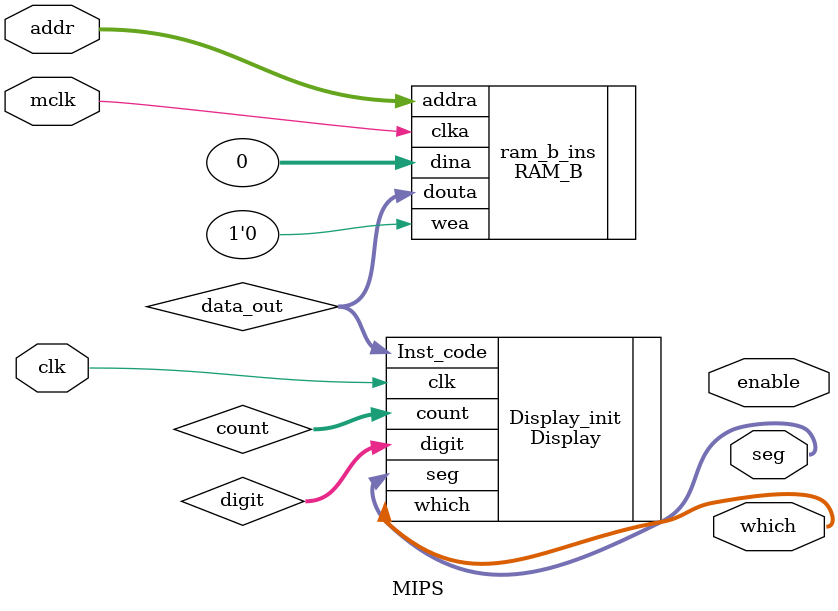
<source format=v>
`timescale 1ns / 1ps


module MIPS(
    input clk,
    input mclk,
    input [9:0] addr,  // 10Î»µØÖ·Ïß£¨Depth=1024£©  
    output wire [2:0] which,   // Æ¬Ñ¡±àÂë£¨Çý¶¯ÄÄÒ»Î»ÊýÂë¹Ü£©£¬µÍµçÆ½ÓÐÐ§
    output wire [7:0] seg,     // ¶ÎÑ¡ÐÅºÅ£¨µãÁÁÄÄÐ©±Ê»®£©£¬µÍµçÆ½ÓÐÐ§
    output reg enable    // ÊýÂë¹ÜÏÔÊ¾  
    );
    wire [31:0] data_out;
    wire [14:0] count;
    wire [3:0] digit;
    RAM_B ram_b_ins(
    .clka(mclk),      // Ê±ÖÓÐÅºÅ
    .wea(1'b0),      // Ð´Ê¹ÄÜ£¨0=Ö»¶Á£©
    .addra(addr),    // µØÖ·ÊäÈë
    .dina(32'b0),    // Êý¾ÝÊäÈë£¨Î´Ê¹ÓÃ£¬ÒòÎªÖ»¶Á£©
    .douta(data_out) // Êý¾ÝÊä³ö); 
     );
     Display Display_init(
     .clk(clk),
     .Inst_code(data_out),
     .which(which),
     .seg(seg),
     .count(count),
     .digit(digit)
     );
    
endmodule

</source>
